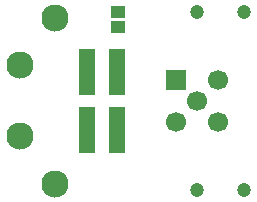
<source format=gbr>
%TF.GenerationSoftware,Altium Limited,Altium Designer,23.10.1 (27)*%
G04 Layer_Color=8388736*
%FSLAX45Y45*%
%MOMM*%
%TF.SameCoordinates,3B401655-87E5-4DED-8554-5CA7246403C5*%
%TF.FilePolarity,Negative*%
%TF.FileFunction,Soldermask,Top*%
%TF.Part,Single*%
G01*
G75*
%TA.AperFunction,SMDPad,CuDef*%
%ADD21R,1.47000X3.88000*%
%ADD22R,1.15000X1.05000*%
%TA.AperFunction,ComponentPad*%
%ADD23C,2.30000*%
%ADD24C,1.20000*%
%ADD25C,1.70000*%
%ADD26R,1.70000X1.70000*%
D21*
X1527000Y1547500D02*
D03*
X1273000D02*
D03*
Y1052500D02*
D03*
X1527000D02*
D03*
D22*
X1530000Y2055000D02*
D03*
Y1925000D02*
D03*
D23*
X1000000Y600000D02*
D03*
X700000Y1000000D02*
D03*
Y1600000D02*
D03*
X1000000Y2000000D02*
D03*
D24*
X2600000Y2050000D02*
D03*
Y550000D02*
D03*
X2200000Y2050000D02*
D03*
Y550000D02*
D03*
D25*
Y1300000D02*
D03*
X2025000Y1125000D02*
D03*
X2375000D02*
D03*
Y1475000D02*
D03*
D26*
X2025000D02*
D03*
%TF.MD5,846c0628fc5d1a7d8f17b85dcbe78f4f*%
M02*

</source>
